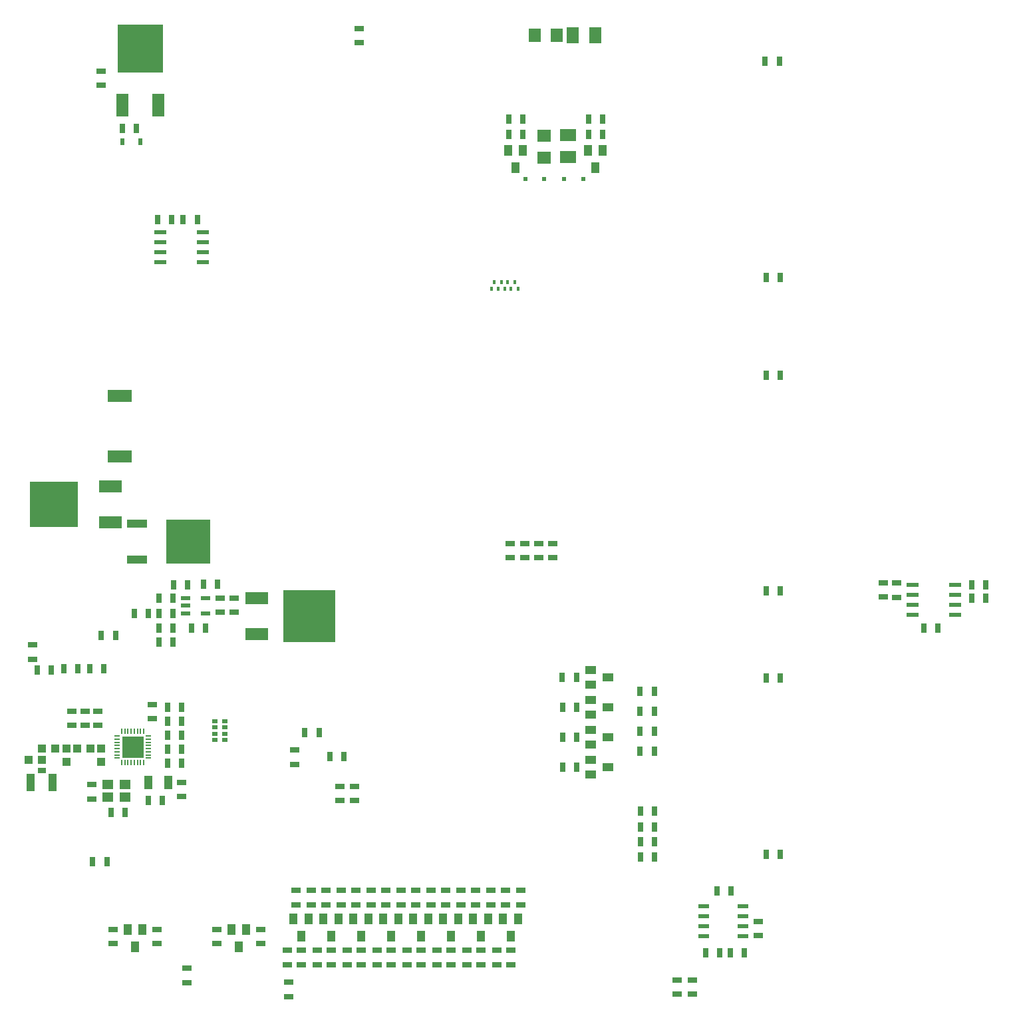
<source format=gbp>
G75*
%MOIN*%
%OFA0B0*%
%FSLAX25Y25*%
%IPPOS*%
%LPD*%
%AMOC8*
5,1,8,0,0,1.08239X$1,22.5*
%
%ADD10R,0.04724X0.03150*%
%ADD11R,0.03150X0.04724*%
%ADD12R,0.05906X0.02165*%
%ADD13R,0.07087X0.06299*%
%ADD14R,0.07874X0.06299*%
%ADD15R,0.03937X0.05512*%
%ADD16R,0.02362X0.02362*%
%ADD17R,0.05512X0.02047*%
%ADD18R,0.01181X0.01969*%
%ADD19R,0.06299X0.07874*%
%ADD20R,0.06299X0.07087*%
%ADD21R,0.10236X0.04173*%
%ADD22R,0.22173X0.22441*%
%ADD23R,0.12087X0.05984*%
%ADD24R,0.02559X0.01969*%
%ADD25R,0.06299X0.11811*%
%ADD26R,0.22835X0.24409*%
%ADD27R,0.02480X0.03268*%
%ADD28R,0.11024X0.11024*%
%ADD29R,0.00866X0.02992*%
%ADD30R,0.02992X0.00866*%
%ADD31R,0.03937X0.07087*%
%ADD32R,0.04331X0.03937*%
%ADD33R,0.03937X0.04331*%
%ADD34R,0.05512X0.04724*%
%ADD35R,0.04134X0.08661*%
%ADD36R,0.03937X0.03150*%
%ADD37R,0.11811X0.06299*%
%ADD38R,0.24409X0.22835*%
%ADD39R,0.05512X0.03937*%
%ADD40R,0.04724X0.02362*%
%ADD41R,0.26378X0.26378*%
D10*
X0091000Y0049905D03*
X0091000Y0056991D03*
X0113000Y0056991D03*
X0113000Y0049905D03*
X0127800Y0037591D03*
X0127800Y0030505D03*
X0142900Y0049905D03*
X0142900Y0056991D03*
X0164900Y0056991D03*
X0164900Y0049905D03*
X0178200Y0046591D03*
X0185200Y0046591D03*
X0185200Y0039505D03*
X0178200Y0039505D03*
X0178900Y0030591D03*
X0178900Y0023505D03*
X0193200Y0039505D03*
X0200200Y0039505D03*
X0200200Y0046591D03*
X0193200Y0046591D03*
X0208200Y0046591D03*
X0215200Y0046591D03*
X0215200Y0039505D03*
X0208200Y0039505D03*
X0223200Y0039505D03*
X0223200Y0046591D03*
X0230200Y0046591D03*
X0230200Y0039505D03*
X0238200Y0039505D03*
X0245200Y0039505D03*
X0245200Y0046591D03*
X0238200Y0046591D03*
X0253200Y0046591D03*
X0260200Y0046591D03*
X0260200Y0039505D03*
X0253200Y0039505D03*
X0268200Y0039505D03*
X0268200Y0046591D03*
X0275200Y0046591D03*
X0275200Y0039505D03*
X0283200Y0039505D03*
X0290200Y0039505D03*
X0290200Y0046591D03*
X0283200Y0046591D03*
X0280200Y0069505D03*
X0272700Y0069505D03*
X0265200Y0069505D03*
X0257700Y0069505D03*
X0257700Y0076591D03*
X0265200Y0076591D03*
X0272700Y0076591D03*
X0280200Y0076591D03*
X0287700Y0076591D03*
X0295200Y0076591D03*
X0295200Y0069505D03*
X0287700Y0069505D03*
X0250200Y0069505D03*
X0242700Y0069505D03*
X0235200Y0069505D03*
X0235200Y0076591D03*
X0242700Y0076591D03*
X0250200Y0076591D03*
X0227700Y0076591D03*
X0220200Y0076591D03*
X0212700Y0076591D03*
X0212700Y0069505D03*
X0220200Y0069505D03*
X0227700Y0069505D03*
X0205200Y0069505D03*
X0197700Y0069505D03*
X0190200Y0069505D03*
X0190200Y0076591D03*
X0197700Y0076591D03*
X0205200Y0076591D03*
X0182700Y0076591D03*
X0182700Y0069505D03*
X0204500Y0121605D03*
X0204500Y0128691D03*
X0212100Y0128691D03*
X0212100Y0121605D03*
X0181800Y0139805D03*
X0181800Y0146891D03*
X0125400Y0130691D03*
X0125400Y0123605D03*
X0110700Y0162605D03*
X0110700Y0169691D03*
X0083400Y0166391D03*
X0076800Y0166391D03*
X0070300Y0166391D03*
X0070300Y0159305D03*
X0076800Y0159305D03*
X0083400Y0159305D03*
X0080200Y0129591D03*
X0080200Y0122505D03*
X0050600Y0192505D03*
X0050600Y0199591D03*
X0144500Y0215905D03*
X0151500Y0215905D03*
X0151500Y0222991D03*
X0144500Y0222991D03*
X0290000Y0243305D03*
X0290000Y0250391D03*
X0297200Y0250491D03*
X0297200Y0243405D03*
X0304200Y0243405D03*
X0304200Y0250491D03*
X0311300Y0250491D03*
X0311300Y0243405D03*
X0476910Y0230791D03*
X0483610Y0230591D03*
X0483610Y0223505D03*
X0476910Y0223705D03*
X0414410Y0060991D03*
X0414410Y0053905D03*
X0381200Y0031691D03*
X0381200Y0024605D03*
X0373600Y0024705D03*
X0373600Y0031791D03*
X0085000Y0480105D03*
X0085000Y0487191D03*
X0214400Y0501305D03*
X0214400Y0508391D03*
D11*
X0289157Y0463026D03*
X0296243Y0463026D03*
X0296243Y0455526D03*
X0289157Y0455526D03*
X0329157Y0455526D03*
X0336243Y0455526D03*
X0336243Y0463026D03*
X0329157Y0463026D03*
X0417757Y0492148D03*
X0424843Y0492148D03*
X0425243Y0383648D03*
X0418157Y0383648D03*
X0418257Y0334648D03*
X0425343Y0334648D03*
X0521357Y0229658D03*
X0528443Y0229658D03*
X0528343Y0222958D03*
X0521257Y0222958D03*
X0504354Y0208048D03*
X0497267Y0208048D03*
X0425343Y0226848D03*
X0418257Y0226848D03*
X0418257Y0182948D03*
X0425343Y0182948D03*
X0362143Y0176448D03*
X0355057Y0176448D03*
X0355057Y0166448D03*
X0362143Y0166448D03*
X0362143Y0156448D03*
X0355057Y0156448D03*
X0355057Y0146448D03*
X0362143Y0146448D03*
X0362254Y0116248D03*
X0355167Y0116248D03*
X0355167Y0108548D03*
X0362254Y0108548D03*
X0362354Y0101148D03*
X0355267Y0101148D03*
X0355167Y0093248D03*
X0362254Y0093248D03*
X0393567Y0076348D03*
X0400654Y0076348D03*
X0418257Y0094848D03*
X0425343Y0094848D03*
X0407454Y0045548D03*
X0400367Y0045548D03*
X0395054Y0045548D03*
X0387967Y0045548D03*
X0323443Y0138448D03*
X0316357Y0138448D03*
X0316357Y0153448D03*
X0323443Y0153448D03*
X0323443Y0168448D03*
X0316357Y0168448D03*
X0316057Y0183448D03*
X0323143Y0183448D03*
X0206743Y0143848D03*
X0199657Y0143848D03*
X0194143Y0155748D03*
X0187057Y0155748D03*
X0137443Y0208148D03*
X0130357Y0208148D03*
X0121043Y0208148D03*
X0121043Y0215448D03*
X0120943Y0223048D03*
X0121257Y0229848D03*
X0128343Y0229848D03*
X0136357Y0230148D03*
X0143443Y0230148D03*
X0113857Y0223048D03*
X0113957Y0215448D03*
X0108643Y0215448D03*
X0101557Y0215448D03*
X0113957Y0208148D03*
X0113957Y0201148D03*
X0121043Y0201148D03*
X0092143Y0204548D03*
X0085057Y0204548D03*
X0086243Y0187848D03*
X0079157Y0187848D03*
X0073243Y0187848D03*
X0066157Y0187848D03*
X0059943Y0186948D03*
X0052857Y0186948D03*
X0118257Y0168348D03*
X0118257Y0161348D03*
X0118257Y0154348D03*
X0125343Y0154348D03*
X0125343Y0161348D03*
X0125343Y0168348D03*
X0125343Y0147348D03*
X0125343Y0140348D03*
X0118257Y0140348D03*
X0118257Y0147348D03*
X0115743Y0121848D03*
X0108657Y0121848D03*
X0096943Y0115648D03*
X0089857Y0115648D03*
X0087843Y0090948D03*
X0080757Y0090948D03*
X0113157Y0412648D03*
X0120243Y0412648D03*
X0126057Y0412648D03*
X0133143Y0412648D03*
X0102643Y0458348D03*
X0095557Y0458348D03*
D12*
X0114570Y0406548D03*
X0114570Y0401548D03*
X0114570Y0396548D03*
X0114570Y0391548D03*
X0135830Y0391548D03*
X0135830Y0396548D03*
X0135830Y0401548D03*
X0135830Y0406548D03*
X0491680Y0229648D03*
X0491680Y0224648D03*
X0491680Y0219648D03*
X0491680Y0214648D03*
X0512940Y0214648D03*
X0512940Y0219648D03*
X0512940Y0224648D03*
X0512940Y0229648D03*
D13*
X0307000Y0443636D03*
X0307000Y0454660D03*
D14*
X0319000Y0454960D03*
X0319000Y0443936D03*
D15*
X0328960Y0447357D03*
X0336440Y0447357D03*
X0332700Y0438695D03*
X0296440Y0447357D03*
X0288960Y0447357D03*
X0292700Y0438695D03*
X0293940Y0062379D03*
X0286460Y0062379D03*
X0278940Y0062379D03*
X0271460Y0062379D03*
X0263940Y0062379D03*
X0256460Y0062379D03*
X0248940Y0062379D03*
X0241460Y0062379D03*
X0233940Y0062379D03*
X0226460Y0062379D03*
X0218940Y0062379D03*
X0211460Y0062379D03*
X0203940Y0062379D03*
X0196460Y0062379D03*
X0188940Y0062379D03*
X0181460Y0062379D03*
X0185200Y0053717D03*
X0200200Y0053717D03*
X0215200Y0053717D03*
X0230200Y0053717D03*
X0245200Y0053717D03*
X0260200Y0053717D03*
X0275200Y0053717D03*
X0290200Y0053717D03*
X0157640Y0056979D03*
X0150160Y0056979D03*
X0153900Y0048317D03*
X0105740Y0056979D03*
X0098260Y0056979D03*
X0102000Y0048317D03*
D16*
X0297587Y0432926D03*
X0307035Y0432926D03*
X0317087Y0432926D03*
X0326535Y0432926D03*
D17*
X0386868Y0068848D03*
X0386868Y0063848D03*
X0386868Y0058848D03*
X0386868Y0053848D03*
X0406553Y0053848D03*
X0406553Y0058848D03*
X0406553Y0063848D03*
X0406553Y0068848D03*
D18*
X0293893Y0378073D03*
X0292318Y0381223D03*
X0288775Y0381223D03*
X0285625Y0381223D03*
X0284050Y0378073D03*
X0287200Y0378073D03*
X0290350Y0378073D03*
X0282082Y0381223D03*
X0280507Y0378073D03*
D19*
X0321449Y0505098D03*
X0332473Y0505098D03*
D20*
X0313173Y0505098D03*
X0302149Y0505098D03*
D21*
X0102900Y0260459D03*
X0102900Y0242459D03*
D22*
X0128687Y0251459D03*
D23*
X0094400Y0294031D03*
X0094400Y0324465D03*
D24*
X0141939Y0161472D03*
X0141939Y0158323D03*
X0141939Y0155173D03*
X0141939Y0152024D03*
X0146861Y0152024D03*
X0146861Y0155173D03*
X0146861Y0158323D03*
X0146861Y0161472D03*
D25*
X0113596Y0469948D03*
X0095604Y0469948D03*
D26*
X0104600Y0498216D03*
D27*
X0104628Y0451648D03*
X0095572Y0451648D03*
D28*
X0100800Y0148448D03*
D29*
X0101587Y0156322D03*
X0100013Y0156322D03*
X0098438Y0156322D03*
X0096863Y0156322D03*
X0095288Y0156322D03*
X0103162Y0156322D03*
X0104737Y0156322D03*
X0106312Y0156322D03*
X0106312Y0140574D03*
X0104737Y0140574D03*
X0103162Y0140574D03*
X0101587Y0140574D03*
X0100013Y0140574D03*
X0098438Y0140574D03*
X0096863Y0140574D03*
X0095288Y0140574D03*
D30*
X0092926Y0142936D03*
X0092926Y0144511D03*
X0092926Y0146086D03*
X0092926Y0147661D03*
X0092926Y0149235D03*
X0092926Y0150810D03*
X0092926Y0152385D03*
X0092926Y0153960D03*
X0108674Y0153960D03*
X0108674Y0152385D03*
X0108674Y0150810D03*
X0108674Y0149235D03*
X0108674Y0147661D03*
X0108674Y0146086D03*
X0108674Y0144511D03*
X0108674Y0142936D03*
D31*
X0108679Y0130748D03*
X0118521Y0130748D03*
D32*
X0079546Y0147648D03*
X0072854Y0147648D03*
X0061946Y0147648D03*
X0055254Y0147648D03*
X0055246Y0142148D03*
X0048554Y0142148D03*
D33*
X0067500Y0140902D03*
X0067500Y0147594D03*
X0084800Y0147594D03*
X0084800Y0140902D03*
D34*
X0088269Y0129598D03*
X0088269Y0123298D03*
X0096931Y0123298D03*
X0096931Y0129598D03*
D35*
X0060613Y0130748D03*
X0049787Y0130748D03*
D36*
X0055200Y0136752D03*
D37*
X0163119Y0204993D03*
X0163119Y0223103D03*
X0089600Y0261152D03*
X0089600Y0279144D03*
D38*
X0061332Y0270148D03*
D39*
X0330269Y0187188D03*
X0330269Y0179708D03*
X0330269Y0172188D03*
X0330269Y0164708D03*
X0330269Y0157188D03*
X0330269Y0149708D03*
X0330269Y0142188D03*
X0330269Y0134708D03*
X0338931Y0138448D03*
X0338931Y0153448D03*
X0338931Y0168448D03*
X0338931Y0183448D03*
D40*
X0137442Y0215508D03*
X0137442Y0222988D03*
X0127158Y0222988D03*
X0127158Y0219248D03*
X0127158Y0215508D03*
D41*
X0189300Y0214048D03*
M02*

</source>
